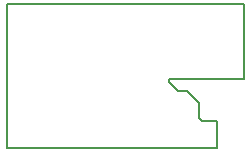
<source format=gbr>
G04 start of page 8 for group 6 idx 6 *
G04 Title: (unknown), outline *
G04 Creator: pcb 4.2.0 *
G04 CreationDate: Tue Jun 16 07:47:16 2020 UTC *
G04 For: commonadmin *
G04 Format: Gerber/RS-274X *
G04 PCB-Dimensions (mil): 6000.00 5000.00 *
G04 PCB-Coordinate-Origin: lower left *
%MOIN*%
%FSLAX25Y25*%
%LNOUTLINE*%
%ADD37C,0.0060*%
G54D37*X70750Y500D02*X750D01*
X54750Y22500D02*X57750Y19500D01*
X60750D01*
X64750Y15500D02*X60750Y19500D01*
X79750Y23500D02*X54750D01*
Y22500D01*
X750Y500D02*Y48500D01*
X64750Y15500D02*Y10500D01*
X65750Y9500D01*
X70750D01*
Y500D01*
X750Y48500D02*X79750D01*
Y23500D01*
M02*

</source>
